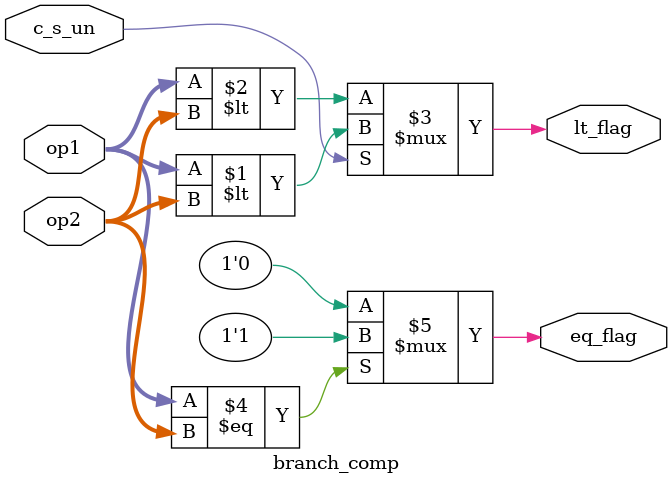
<source format=v>
`timescale 1ns / 1ps
module branch_comp(
    input [31:0] op1,
    input [31:0] op2,
    input c_s_un,
    output eq_flag,
    output lt_flag
    );
	 
	 

assign lt_flag = c_s_un? op1<op2:($signed(op1) < $signed(op2));
assign eq_flag= (op1==op2)? 1'b1:1'b00; 
endmodule

</source>
